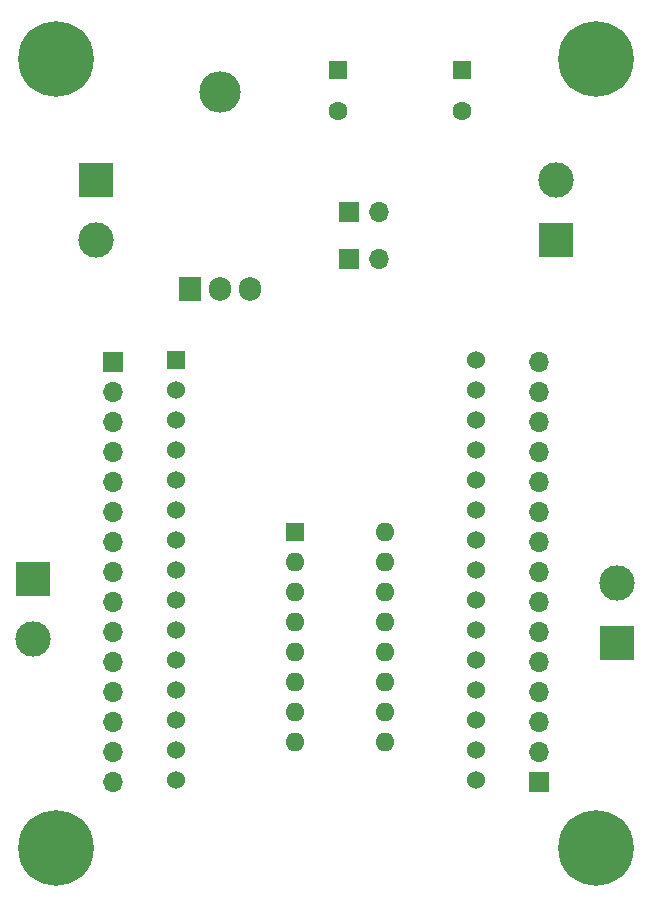
<source format=gbr>
%TF.GenerationSoftware,KiCad,Pcbnew,6.0.9-8da3e8f707~117~ubuntu18.04.1*%
%TF.CreationDate,2023-01-21T20:22:22-05:00*%
%TF.ProjectId,makers-motor-board,6d616b65-7273-42d6-9d6f-746f722d626f,rev?*%
%TF.SameCoordinates,Original*%
%TF.FileFunction,Soldermask,Top*%
%TF.FilePolarity,Negative*%
%FSLAX46Y46*%
G04 Gerber Fmt 4.6, Leading zero omitted, Abs format (unit mm)*
G04 Created by KiCad (PCBNEW 6.0.9-8da3e8f707~117~ubuntu18.04.1) date 2023-01-21 20:22:22*
%MOMM*%
%LPD*%
G01*
G04 APERTURE LIST*
%ADD10R,1.700000X1.700000*%
%ADD11O,1.700000X1.700000*%
%ADD12C,3.000000*%
%ADD13R,3.000000X3.000000*%
%ADD14C,1.524000*%
%ADD15R,1.524000X1.524000*%
%ADD16R,1.600000X1.600000*%
%ADD17C,1.600000*%
%ADD18C,6.400000*%
%ADD19O,3.500000X3.500000*%
%ADD20R,1.905000X2.000000*%
%ADD21O,1.905000X2.000000*%
%ADD22O,1.600000X1.600000*%
G04 APERTURE END LIST*
D10*
%TO.C,J8*%
X153337500Y-94925000D03*
D11*
X155877500Y-94925000D03*
%TD*%
D10*
%TO.C,J7*%
X153337500Y-90925000D03*
D11*
X155877500Y-90925000D03*
%TD*%
D12*
%TO.C,J6*%
X175978500Y-122336000D03*
D13*
X175978500Y-127416000D03*
%TD*%
%TO.C,J5*%
X126575500Y-122000000D03*
D12*
X126575500Y-127080000D03*
%TD*%
D10*
%TO.C,J4*%
X133362500Y-103615000D03*
D11*
X133362500Y-106155000D03*
X133362500Y-108695000D03*
X133362500Y-111235000D03*
X133362500Y-113775000D03*
X133362500Y-116315000D03*
X133362500Y-118855000D03*
X133362500Y-121395000D03*
X133362500Y-123935000D03*
X133362500Y-126475000D03*
X133362500Y-129015000D03*
X133362500Y-131555000D03*
X133362500Y-134095000D03*
X133362500Y-136635000D03*
X133362500Y-139175000D03*
%TD*%
%TO.C,J3*%
X169362500Y-103615000D03*
X169362500Y-106155000D03*
X169362500Y-108695000D03*
X169362500Y-111235000D03*
X169362500Y-113775000D03*
X169362500Y-116315000D03*
X169362500Y-118855000D03*
X169362500Y-121395000D03*
X169362500Y-123935000D03*
X169362500Y-126475000D03*
X169362500Y-129015000D03*
X169362500Y-131555000D03*
X169362500Y-134095000D03*
X169362500Y-136635000D03*
D10*
X169362500Y-139175000D03*
%TD*%
D13*
%TO.C,J2*%
X170800000Y-93290000D03*
D12*
X170800000Y-88210000D03*
%TD*%
D13*
%TO.C,J1*%
X131857500Y-88210000D03*
D12*
X131857500Y-93290000D03*
%TD*%
D14*
%TO.C,U2*%
X164062500Y-103465000D03*
X164062500Y-106005000D03*
X164062500Y-108545000D03*
X164062500Y-111085000D03*
X164062500Y-113625000D03*
X164062500Y-116165000D03*
X164062500Y-118705000D03*
X164062500Y-121245000D03*
X164062500Y-123785000D03*
X164062500Y-126325000D03*
X164062500Y-128865000D03*
X164062500Y-131405000D03*
X164062500Y-133945000D03*
X164062500Y-136485000D03*
X164062500Y-139025000D03*
X138662500Y-139025000D03*
X138662500Y-136485000D03*
X138662500Y-133945000D03*
X138662500Y-131405000D03*
X138662500Y-128865000D03*
X138662500Y-126325000D03*
X138662500Y-123785000D03*
X138662500Y-121245000D03*
X138662500Y-118705000D03*
X138662500Y-116165000D03*
X138662500Y-113625000D03*
X138662500Y-111085000D03*
X138662500Y-108545000D03*
X138662500Y-106005000D03*
D15*
X138662500Y-103465000D03*
%TD*%
D16*
%TO.C,C1*%
X152362500Y-78925000D03*
D17*
X152362500Y-82425000D03*
%TD*%
D18*
%TO.C,H2*%
X174250000Y-144750000D03*
%TD*%
%TO.C,H3*%
X128500000Y-78000000D03*
%TD*%
D19*
%TO.C,U1*%
X142397500Y-80780000D03*
D20*
X139857500Y-97440000D03*
D21*
X142397500Y-97440000D03*
X144937500Y-97440000D03*
%TD*%
D22*
%TO.C,U3*%
X156362500Y-118015000D03*
X156362500Y-120555000D03*
X156362500Y-123095000D03*
X156362500Y-125635000D03*
X156362500Y-128175000D03*
X156362500Y-130715000D03*
X156362500Y-133255000D03*
X156362500Y-135795000D03*
X148742500Y-135795000D03*
X148742500Y-133255000D03*
X148742500Y-130715000D03*
X148742500Y-128175000D03*
X148742500Y-125635000D03*
X148742500Y-123095000D03*
X148742500Y-120555000D03*
D16*
X148742500Y-118015000D03*
%TD*%
D18*
%TO.C,H1*%
X128500000Y-144750000D03*
%TD*%
D16*
%TO.C,C2*%
X162897500Y-78925000D03*
D17*
X162897500Y-82425000D03*
%TD*%
D18*
%TO.C,H4*%
X174250000Y-78000000D03*
%TD*%
M02*

</source>
